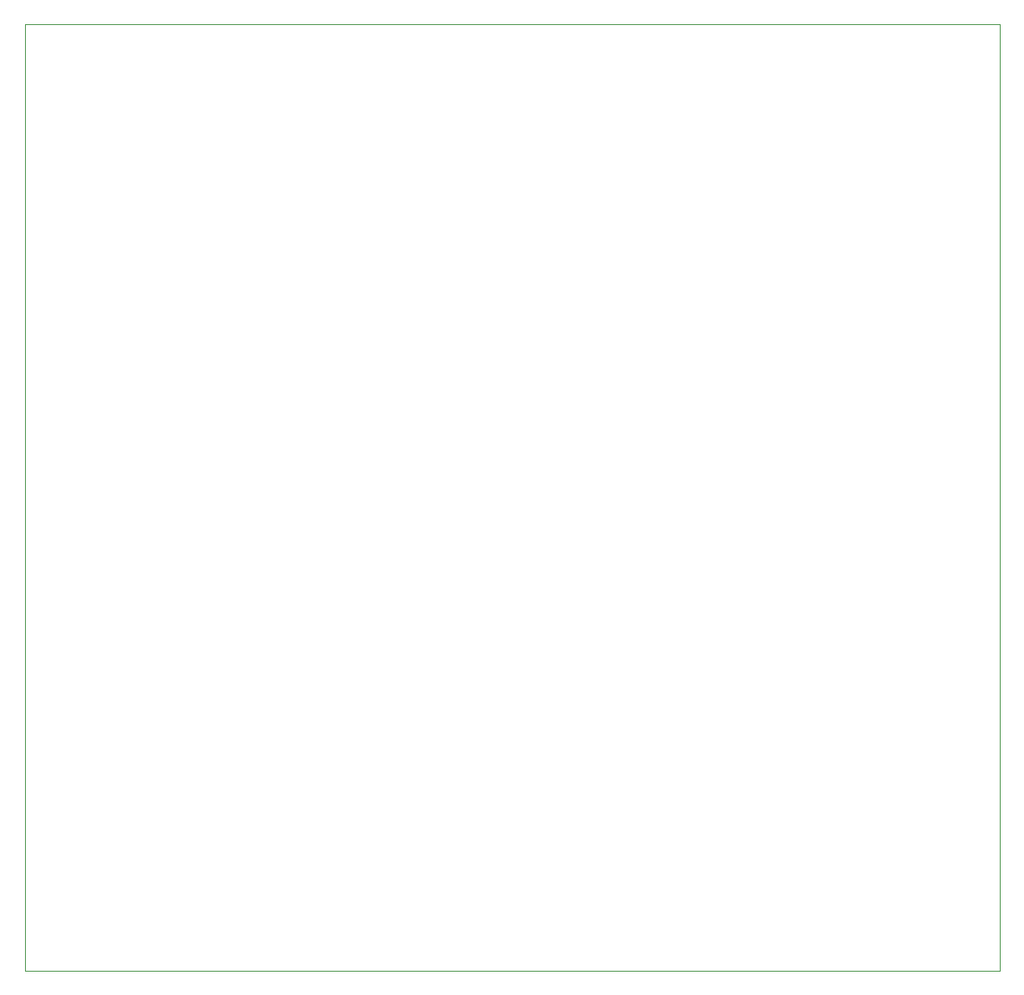
<source format=gm1>
G04 #@! TF.GenerationSoftware,KiCad,Pcbnew,5.1.4*
G04 #@! TF.CreationDate,2019-11-12T07:29:03+09:00*
G04 #@! TF.ProjectId,computerScienceExperience2,636f6d70-7574-4657-9253-6369656e6365,rev?*
G04 #@! TF.SameCoordinates,Original*
G04 #@! TF.FileFunction,Profile,NP*
%FSLAX46Y46*%
G04 Gerber Fmt 4.6, Leading zero omitted, Abs format (unit mm)*
G04 Created by KiCad (PCBNEW 5.1.4) date 2019-11-12 07:29:03*
%MOMM*%
%LPD*%
G04 APERTURE LIST*
%ADD10C,0.050000*%
G04 APERTURE END LIST*
D10*
X101050000Y-128375000D02*
X101050000Y-152450000D01*
X101050000Y-104375000D02*
X101050000Y-128375000D01*
X101050000Y-80375000D02*
X101050000Y-104375000D01*
X101050000Y-56300000D02*
X101050000Y-80375000D01*
X199950000Y-152450000D02*
X101050000Y-152450000D01*
X199950000Y-56300000D02*
X199950000Y-152450000D01*
X101050000Y-56300000D02*
X199950000Y-56300000D01*
M02*

</source>
